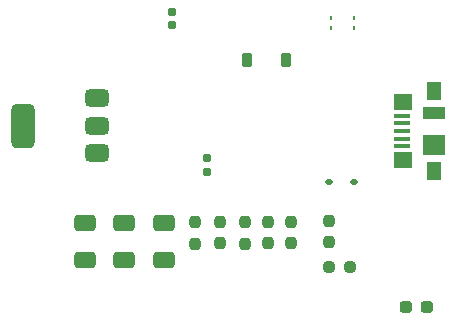
<source format=gbr>
%TF.GenerationSoftware,KiCad,Pcbnew,9.0.3*%
%TF.CreationDate,2025-08-23T20:39:02+05:00*%
%TF.ProjectId,esp-32-new,6573702d-3332-42d6-9e65-772e6b696361,rev?*%
%TF.SameCoordinates,Original*%
%TF.FileFunction,Paste,Top*%
%TF.FilePolarity,Positive*%
%FSLAX46Y46*%
G04 Gerber Fmt 4.6, Leading zero omitted, Abs format (unit mm)*
G04 Created by KiCad (PCBNEW 9.0.3) date 2025-08-23 20:39:02*
%MOMM*%
%LPD*%
G01*
G04 APERTURE LIST*
G04 Aperture macros list*
%AMRoundRect*
0 Rectangle with rounded corners*
0 $1 Rounding radius*
0 $2 $3 $4 $5 $6 $7 $8 $9 X,Y pos of 4 corners*
0 Add a 4 corners polygon primitive as box body*
4,1,4,$2,$3,$4,$5,$6,$7,$8,$9,$2,$3,0*
0 Add four circle primitives for the rounded corners*
1,1,$1+$1,$2,$3*
1,1,$1+$1,$4,$5*
1,1,$1+$1,$6,$7*
1,1,$1+$1,$8,$9*
0 Add four rect primitives between the rounded corners*
20,1,$1+$1,$2,$3,$4,$5,0*
20,1,$1+$1,$4,$5,$6,$7,0*
20,1,$1+$1,$6,$7,$8,$9,0*
20,1,$1+$1,$8,$9,$2,$3,0*%
G04 Aperture macros list end*
%ADD10RoundRect,0.237500X0.237500X-0.250000X0.237500X0.250000X-0.237500X0.250000X-0.237500X-0.250000X0*%
%ADD11RoundRect,0.062500X-0.062500X0.117500X-0.062500X-0.117500X0.062500X-0.117500X0.062500X0.117500X0*%
%ADD12RoundRect,0.155000X0.155000X-0.212500X0.155000X0.212500X-0.155000X0.212500X-0.155000X-0.212500X0*%
%ADD13RoundRect,0.237500X-0.250000X-0.237500X0.250000X-0.237500X0.250000X0.237500X-0.250000X0.237500X0*%
%ADD14RoundRect,0.250000X-0.650000X0.412500X-0.650000X-0.412500X0.650000X-0.412500X0.650000X0.412500X0*%
%ADD15RoundRect,0.237500X-0.287500X-0.237500X0.287500X-0.237500X0.287500X0.237500X-0.287500X0.237500X0*%
%ADD16RoundRect,0.225000X-0.225000X-0.375000X0.225000X-0.375000X0.225000X0.375000X-0.225000X0.375000X0*%
%ADD17RoundRect,0.375000X0.625000X0.375000X-0.625000X0.375000X-0.625000X-0.375000X0.625000X-0.375000X0*%
%ADD18RoundRect,0.500000X0.500000X1.400000X-0.500000X1.400000X-0.500000X-1.400000X0.500000X-1.400000X0*%
%ADD19RoundRect,0.112500X-0.187500X-0.112500X0.187500X-0.112500X0.187500X0.112500X-0.187500X0.112500X0*%
%ADD20R,1.380000X0.450000*%
%ADD21R,1.300000X1.650000*%
%ADD22R,1.550000X1.425000*%
%ADD23R,1.900000X1.800000*%
%ADD24R,1.900000X1.000000*%
G04 APERTURE END LIST*
D10*
%TO.C,R4*%
X110620000Y-118480000D03*
X110620000Y-116655000D03*
%TD*%
%TO.C,R2*%
X105420000Y-118560000D03*
X105420000Y-116735000D03*
%TD*%
D11*
%TO.C,D3*%
X110800000Y-100327500D03*
X110800000Y-99487500D03*
%TD*%
D10*
%TO.C,R3*%
X107410000Y-118560000D03*
X107410000Y-116735000D03*
%TD*%
D12*
%TO.C,C9*%
X97280000Y-100107500D03*
X97280000Y-98972500D03*
%TD*%
D13*
%TO.C,R10*%
X110560000Y-120590000D03*
X112385000Y-120590000D03*
%TD*%
D14*
%TO.C,C7*%
X89930000Y-116890000D03*
X89930000Y-120015000D03*
%TD*%
D15*
%TO.C,D5*%
X117150000Y-123950000D03*
X118900000Y-123950000D03*
%TD*%
D14*
%TO.C,C6*%
X93280000Y-116890000D03*
X93280000Y-120015000D03*
%TD*%
D11*
%TO.C,D4*%
X112750000Y-100327500D03*
X112750000Y-99487500D03*
%TD*%
D16*
%TO.C,D2*%
X103660000Y-103020000D03*
X106960000Y-103020000D03*
%TD*%
D10*
%TO.C,R9*%
X101400000Y-118572500D03*
X101400000Y-116747500D03*
%TD*%
%TO.C,R8*%
X99270000Y-118602500D03*
X99270000Y-116777500D03*
%TD*%
D17*
%TO.C,U3*%
X90960000Y-110910000D03*
X90960000Y-108610000D03*
D18*
X84660000Y-108610000D03*
D17*
X90960000Y-106310000D03*
%TD*%
D12*
%TO.C,C2*%
X100230000Y-112517500D03*
X100230000Y-111382500D03*
%TD*%
D19*
%TO.C,D1*%
X110612500Y-113410000D03*
X112712500Y-113410000D03*
%TD*%
D20*
%TO.C,J1*%
X116800000Y-110370000D03*
X116800000Y-109720000D03*
X116800000Y-109070000D03*
X116800000Y-108420000D03*
X116800000Y-107770000D03*
D21*
X119460000Y-112445000D03*
D22*
X116885000Y-111557500D03*
D23*
X119460000Y-110220000D03*
D24*
X119460000Y-107520000D03*
D22*
X116885000Y-106582500D03*
D21*
X119460000Y-105695000D03*
%TD*%
D14*
%TO.C,C1*%
X96630000Y-116890000D03*
X96630000Y-120015000D03*
%TD*%
D10*
%TO.C,R1*%
X103460000Y-118602500D03*
X103460000Y-116777500D03*
%TD*%
M02*

</source>
